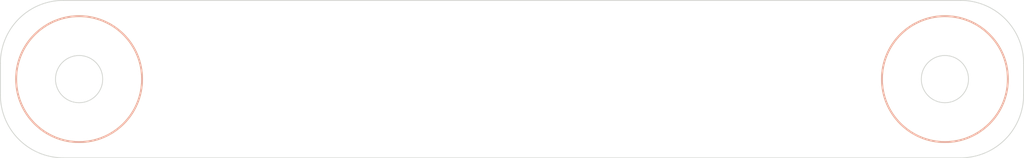
<source format=kicad_pcb>
(kicad_pcb (version 20211014) (generator pcbnew)

  (general
    (thickness 1.6)
  )

  (paper "A4")
  (layers
    (0 "F.Cu" signal)
    (31 "B.Cu" signal)
    (32 "B.Adhes" user "B.Adhesive")
    (33 "F.Adhes" user "F.Adhesive")
    (34 "B.Paste" user)
    (35 "F.Paste" user)
    (36 "B.SilkS" user "B.Silkscreen")
    (37 "F.SilkS" user "F.Silkscreen")
    (38 "B.Mask" user)
    (39 "F.Mask" user)
    (40 "Dwgs.User" user "User.Drawings")
    (41 "Cmts.User" user "User.Comments")
    (42 "Eco1.User" user "User.Eco1")
    (43 "Eco2.User" user "User.Eco2")
    (44 "Edge.Cuts" user)
    (45 "Margin" user)
    (46 "B.CrtYd" user "B.Courtyard")
    (47 "F.CrtYd" user "F.Courtyard")
    (48 "B.Fab" user)
    (49 "F.Fab" user)
  )

  (setup
    (pad_to_mask_clearance 0)
    (pcbplotparams
      (layerselection 0x00010fc_ffffffff)
      (disableapertmacros false)
      (usegerberextensions false)
      (usegerberattributes true)
      (usegerberadvancedattributes true)
      (creategerberjobfile false)
      (svguseinch false)
      (svgprecision 6)
      (excludeedgelayer true)
      (plotframeref false)
      (viasonmask false)
      (mode 1)
      (useauxorigin false)
      (hpglpennumber 1)
      (hpglpenspeed 20)
      (hpglpendiameter 15.000000)
      (dxfpolygonmode true)
      (dxfimperialunits true)
      (dxfusepcbnewfont true)
      (psnegative false)
      (psa4output false)
      (plotreference true)
      (plotvalue true)
      (plotinvisibletext false)
      (sketchpadsonfab false)
      (subtractmaskfromsilk false)
      (outputformat 1)
      (mirror false)
      (drillshape 0)
      (scaleselection 1)
      (outputdirectory "../Fabrication/Spacer/")
    )
  )

  (net 0 "")

  (gr_circle (center 175 100) (end 179 100) (layer "B.SilkS") (width 0.12) (fill none) (tstamp 681bd495-c396-44ce-92bd-4b397cd48c04))
  (gr_circle (center 120 100) (end 124 100) (layer "B.SilkS") (width 0.12) (fill none) (tstamp be0953c0-632d-4dd2-85e9-4d41239f22d2))
  (gr_circle (center 175 100) (end 179 100) (layer "F.SilkS") (width 0.12) (fill none) (tstamp 00000000-0000-0000-0000-0000619342c4))
  (gr_circle (center 120 100) (end 124 100) (layer "F.SilkS") (width 0.12) (fill none) (tstamp 851ab59d-1fd7-45c7-a775-29797327cafc))
  (gr_line (start 176 95) (end 119 95) (layer "Edge.Cuts") (width 0.05) (tstamp 00000000-0000-0000-0000-000061934275))
  (gr_circle (center 175 100) (end 176.5 100) (layer "Edge.Cuts") (width 0.05) (fill none) (tstamp 00000000-0000-0000-0000-0000619342c3))
  (gr_line (start 119 105) (end 176 105) (layer "Edge.Cuts") (width 0.05) (tstamp 23e66461-bcf2-4335-93c2-5c91dfd00187))
  (gr_arc (start 119 105) (mid 116.171573 103.828427) (end 115 101) (layer "Edge.Cuts") (width 0.05) (tstamp 3451168c-3c76-4628-aee4-7c231bd100c3))
  (gr_arc (start 176 95) (mid 178.828427 96.171573) (end 180 99) (layer "Edge.Cuts") (width 0.05) (tstamp 563c12e4-8f8c-446c-a11f-94f5aa93b994))
  (gr_circle (center 120 100) (end 121.5 100) (layer "Edge.Cuts") (width 0.05) (fill none) (tstamp 975b065a-4fee-4d11-9f2f-b1d40a3629cb))
  (gr_arc (start 180 101) (mid 178.828427 103.828427) (end 176 105) (layer "Edge.Cuts") (width 0.05) (tstamp a3668681-09b1-48f0-a7b1-f6b24183a469))
  (gr_arc (start 115 99) (mid 116.171573 96.171573) (end 119 95) (layer "Edge.Cuts") (width 0.05) (tstamp ca213826-0282-4b3a-840f-ec416dc34acf))
  (gr_line (start 180 101) (end 180 99) (layer "Edge.Cuts") (width 0.05) (tstamp d0dfd7c1-401d-4f64-8463-f4c0813ac28f))
  (gr_line (start 115 99) (end 115 101) (layer "Edge.Cuts") (width 0.05) (tstamp dd2f6b13-9e35-4a67-90ac-cf0d1ea34e5a))

)

</source>
